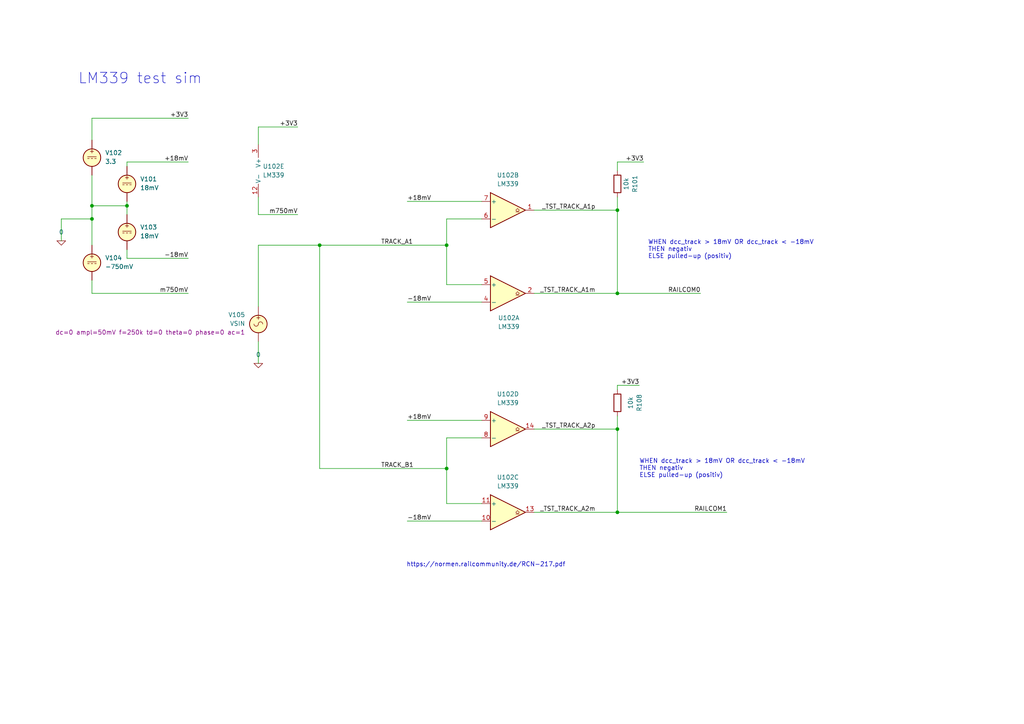
<source format=kicad_sch>
(kicad_sch (version 20231120) (generator "eeschema") (generator_version "8.0")
  (paper "A4")
  (lib_symbols
    (symbol "Comparator:LM339" (pin_names (offset 0.127))
      (property "Reference" "U" (at 0 5.08 0))
      (property "Value" "LM339" (at 0 -5.08 0))
      (symbol "LM339_1_1"
        (polyline (pts (xy -5.08 5.08) (xy 5.08 0) (xy -5.08 -5.08) (xy -5.08 5.08)) (stroke (width 0.254)) (fill (type background)))
        (polyline (pts (xy 3.302 -0.508) (xy 2.794 -0.508) (xy 3.302 0) (xy 2.794 0.508) (xy 2.286 0) (xy 2.794 -0.508) (xy 2.286 -0.508)) (stroke (width 0.127)))
        (pin open_collector line (at 7.62 0 180) (length 2.54) (name "~") (number "2"))
        (pin input line (at -7.62 -2.54 0) (length 2.54) (name "-") (number "4"))
        (pin input line (at -7.62 2.54 0) (length 2.54) (name "+") (number "5"))
      )
      (symbol "LM339_2_1"
        (polyline (pts (xy -5.08 5.08) (xy 5.08 0) (xy -5.08 -5.08) (xy -5.08 5.08)) (stroke (width 0.254)) (fill (type background)))
        (polyline (pts (xy 3.302 -0.508) (xy 2.794 -0.508) (xy 3.302 0) (xy 2.794 0.508) (xy 2.286 0) (xy 2.794 -0.508) (xy 2.286 -0.508)) (stroke (width 0.127)))
        (pin open_collector line (at 7.62 0 180) (length 2.54) (name "~") (number "1"))
        (pin input line (at -7.62 -2.54 0) (length 2.54) (name "-") (number "6"))
        (pin input line (at -7.62 2.54 0) (length 2.54) (name "+") (number "7"))
      )
      (symbol "LM339_3_1"
        (polyline (pts (xy -5.08 5.08) (xy 5.08 0) (xy -5.08 -5.08) (xy -5.08 5.08)) (stroke (width 0.254)) (fill (type background)))
        (polyline (pts (xy 3.302 -0.508) (xy 2.794 -0.508) (xy 3.302 0) (xy 2.794 0.508) (xy 2.286 0) (xy 2.794 -0.508) (xy 2.286 -0.508)) (stroke (width 0.127)))
        (pin input line (at -7.62 -2.54 0) (length 2.54) (name "-") (number "10"))
        (pin input line (at -7.62 2.54 0) (length 2.54) (name "+") (number "11"))
        (pin open_collector line (at 7.62 0 180) (length 2.54) (name "~") (number "13"))
      )
      (symbol "LM339_4_1"
        (polyline (pts (xy -5.08 5.08) (xy 5.08 0) (xy -5.08 -5.08) (xy -5.08 5.08)) (stroke (width 0.254)) (fill (type background)))
        (polyline (pts (xy 3.302 -0.508) (xy 2.794 -0.508) (xy 3.302 0) (xy 2.794 0.508) (xy 2.286 0) (xy 2.794 -0.508) (xy 2.286 -0.508)) (stroke (width 0.127)))
        (pin open_collector line (at 7.62 0 180) (length 2.54) (name "~") (number "14"))
        (pin input line (at -7.62 -2.54 0) (length 2.54) (name "-") (number "8"))
        (pin input line (at -7.62 2.54 0) (length 2.54) (name "+") (number "9"))
      )
      (symbol "LM339_5_1"
        (pin power_in line (at -2.54 -7.62 90) (length 3.81) (name "V-") (number "12"))
        (pin power_in line (at -2.54 7.62 270) (length 3.81) (name "V+") (number "3"))
      )
    )
    (symbol "Device:R" (pin_numbers hide) (pin_names (offset 0))
      (property "Reference" "R" (at 2.032 0 90))
      (property "Value" "R" (at 0 0 90))
      (symbol "R_0_1"
        (rectangle (start -1.016 -2.54) (end 1.016 2.54) (stroke (width 0.254)))
      )
      (symbol "R_1_1"
        (pin passive line (at 0 3.81 270) (length 1.27) (name "~") (number "1"))
        (pin passive line (at 0 -3.81 90) (length 1.27) (name "~") (number "2"))
      )
    )
    (symbol "Simulation_SPICE:0" (power) (pin_numbers hide) (pin_names (offset 0) hide)
      (property "Value" "0" (at 0 -2.54 0))
      (symbol "0_0_1"
        (polyline (pts (xy -1.27 0) (xy 0 -1.27) (xy 1.27 0) (xy -1.27 0)))
      )
      (symbol "0_1_1"
        (pin power_in line (at 0 0 0) (length 0) (name "~") (number "1"))
      )
    )
    (symbol "Simulation_SPICE:VDC" (pin_numbers hide) (pin_names (offset 0.0254))
      (property "Reference" "V" (at 2.54 2.54 0))
      (property "Value" "1" (at 2.54 0 0))
      (symbol "VDC_0_0"
        (polyline (pts (xy -1.27 0.254) (xy 1.27 0.254)))
        (polyline (pts (xy -0.762 -0.254) (xy -1.27 -0.254)))
        (polyline (pts (xy 0.254 -0.254) (xy -0.254 -0.254)))
        (polyline (pts (xy 1.27 -0.254) (xy 0.762 -0.254)))
        (text "+" (at 0 1.905 0) (effects (font (size 1.27 1.27))))
      )
      (symbol "VDC_0_1"
        (circle (center 0 0) (radius 2.54) (stroke (width 0.254)) (fill (type background)))
      )
      (symbol "VDC_1_1"
        (pin passive line (at 0 5.08 270) (length 2.54) (name "~") (number "1"))
        (pin passive line (at 0 -5.08 90) (length 2.54) (name "~") (number "2"))
      )
    )
    (symbol "Simulation_SPICE:VSIN" (pin_numbers hide) (pin_names (offset 0.0254))
      (property "Reference" "V" (at 2.54 2.54 0))
      (property "Value" "VSIN" (at 2.54 0 0))
      (property "Sim.Params" "dc=0 ampl=1 f=1k ac=1" (at 2.54 -2.54 0))
      (symbol "VSIN_0_0"
        (arc (start 0 0) (mid -0.635 0.6323) (end -1.27 0))
        (arc (start 0 0) (mid 0.635 -0.6323) (end 1.27 0))
        (text "+" (at 0 1.905 0) (effects (font (size 1.27 1.27))))
      )
      (symbol "VSIN_0_1"
        (circle (center 0 0) (radius 2.54) (stroke (width 0.254)) (fill (type background)))
      )
      (symbol "VSIN_1_1"
        (pin passive line (at 0 5.08 270) (length 2.54) (name "~") (number "1"))
        (pin passive line (at 0 -5.08 90) (length 2.54) (name "~") (number "2"))
      )
    )
  )
  (junction (at 26.67 63.5))
  (junction (at 129.54 135.89))
  (junction (at 36.83 59.69))
  (junction (at 179.07 85.09))
  (junction (at 92.71 71.12))
  (junction (at 26.67 59.69))
  (junction (at 179.07 60.96))
  (junction (at 129.54 71.12))
  (junction (at 179.07 148.59))
  (junction (at 179.07 124.46))
  (wire (pts (xy 179.07 120.65) (xy 179.07 124.46)))
  (wire (pts (xy 36.83 59.69) (xy 36.83 58.42)))
  (wire (pts (xy 179.07 124.46) (xy 179.07 148.59)))
  (wire (pts (xy 129.54 135.89) (xy 129.54 146.05)))
  (wire (pts (xy 26.67 59.69) (xy 36.83 59.69)))
  (wire (pts (xy 129.54 63.5) (xy 129.54 71.12)))
  (wire (pts (xy 154.94 85.09) (xy 179.07 85.09)))
  (wire (pts (xy 179.07 60.96) (xy 179.07 85.09)))
  (wire (pts (xy 179.07 111.76) (xy 179.07 113.03)))
  (wire (pts (xy 154.94 60.96) (xy 179.07 60.96)))
  (wire (pts (xy 139.7 58.42) (xy 118.11 58.42)))
  (wire (pts (xy 179.07 148.59) (xy 210.82 148.59)))
  (wire (pts (xy 92.71 71.12) (xy 129.54 71.12)))
  (wire (pts (xy 179.07 46.99) (xy 186.69 46.99)))
  (wire (pts (xy 36.83 74.93) (xy 54.61 74.93)))
  (wire (pts (xy 129.54 71.12) (xy 129.54 82.55)))
  (wire (pts (xy 17.78 63.5) (xy 26.67 63.5)))
  (wire (pts (xy 74.93 62.23) (xy 74.93 57.15)))
  (wire (pts (xy 179.07 60.96) (xy 179.07 57.15)))
  (wire (pts (xy 26.67 63.5) (xy 26.67 71.12)))
  (wire (pts (xy 36.83 59.69) (xy 36.83 62.23)))
  (wire (pts (xy 179.07 46.99) (xy 179.07 49.53)))
  (wire (pts (xy 74.93 62.23) (xy 86.36 62.23)))
  (wire (pts (xy 74.93 36.83) (xy 86.36 36.83)))
  (wire (pts (xy 129.54 127) (xy 139.7 127)))
  (wire (pts (xy 26.67 34.29) (xy 26.67 40.64)))
  (wire (pts (xy 74.93 36.83) (xy 74.93 41.91)))
  (wire (pts (xy 179.07 85.09) (xy 203.2 85.09)))
  (wire (pts (xy 74.93 71.12) (xy 74.93 88.9)))
  (wire (pts (xy 154.94 124.46) (xy 179.07 124.46)))
  (wire (pts (xy 74.93 99.06) (xy 74.93 105.41)))
  (wire (pts (xy 154.94 148.59) (xy 179.07 148.59)))
  (wire (pts (xy 139.7 151.13) (xy 118.11 151.13)))
  (wire (pts (xy 74.93 71.12) (xy 92.71 71.12)))
  (wire (pts (xy 54.61 34.29) (xy 26.67 34.29)))
  (wire (pts (xy 129.54 63.5) (xy 139.7 63.5)))
  (wire (pts (xy 26.67 85.09) (xy 54.61 85.09)))
  (wire (pts (xy 26.67 81.28) (xy 26.67 85.09)))
  (wire (pts (xy 139.7 121.92) (xy 118.11 121.92)))
  (wire (pts (xy 36.83 48.26) (xy 36.83 46.99)))
  (wire (pts (xy 179.07 111.76) (xy 185.42 111.76)))
  (wire (pts (xy 129.54 146.05) (xy 139.7 146.05)))
  (wire (pts (xy 17.78 69.85) (xy 17.78 63.5)))
  (wire (pts (xy 129.54 127) (xy 129.54 135.89)))
  (wire (pts (xy 139.7 87.63) (xy 118.11 87.63)))
  (wire (pts (xy 26.67 63.5) (xy 26.67 59.69)))
  (wire (pts (xy 92.71 135.89) (xy 129.54 135.89)))
  (wire (pts (xy 26.67 50.8) (xy 26.67 59.69)))
  (wire (pts (xy 36.83 46.99) (xy 54.61 46.99)))
  (wire (pts (xy 92.71 135.89) (xy 92.71 71.12)))
  (wire (pts (xy 139.7 82.55) (xy 129.54 82.55)))
  (wire (pts (xy 36.83 72.39) (xy 36.83 74.93)))
  (text "https://normen.railcommunity.de/RCN-217.pdf" (at 140.97 163.83 0) (effects (font (size 1.27 1.27))))
  (text "LM339 test sim" (at 40.64 22.86 0) (effects (font (size 3.048 3.048))))
  (text "WHEN dcc_track > 18mV OR dcc_track < -18mV \nTHEN negativ\nELSE pulled-up (positiv)" (at 187.96 72.39 0) (effects (font (size 1.27 1.27)) (justify left)))
  (text "WHEN dcc_track > 18mV OR dcc_track < -18mV \nTHEN negativ\nELSE pulled-up (positiv)" (at 185.42 135.89 0) (effects (font (size 1.27 1.27)) (justify left)))
  (label "+3V3" (at 86.36 36.83 180))
  (label "-18mV" (at 118.11 151.13 0))
  (label "+3V3" (at 185.42 111.76 180))
  (label "RAILCOM0" (at 203.2 85.09 180))
  (label "_TST_TRACK_A1m" (at 172.72 85.09 180))
  (label "+3V3" (at 54.61 34.29 180))
  (label "m750mV" (at 54.61 85.09 180))
  (label "+18mV" (at 118.11 121.92 0))
  (label "+18mV" (at 118.11 58.42 0))
  (label "TRACK_B1" (at 110.49 135.89 0))
  (label "+3V3" (at 186.69 46.99 180))
  (label "+18mV" (at 54.61 46.99 180))
  (label "-18mV" (at 54.61 74.93 180))
  (label "RAILCOM1" (at 210.82 148.59 180))
  (label "_TST_TRACK_A2m" (at 172.72 148.59 180))
  (label "m750mV" (at 86.36 62.23 180))
  (label "TRACK_A1" (at 110.49 71.12 0))
  (label "_TST_TRACK_A2p" (at 172.72 124.46 180))
  (label "-18mV" (at 118.11 87.63 0))
  (label "_TST_TRACK_A1p" (at 172.72 60.96 180))
  (symbol (lib_id "Comparator:LM339") (at 147.32 60.96 0) (unit 2)
    (property "Reference" "U102" (at 147.32 50.8 0))
    (property "Value" "LM339" (at 147.32 53.34 0))
    (property "Datasheet" "https://www.st.com/resource/en/datasheet/lm139.pdf" (effects (hide yes)))
    (property "Description" "Quad Differential Comparators, SOIC-14/TSSOP-14" (effects (hide yes)))
    (property "Sim.Library" "C:\\Users\\chatelain\\Dropbox\\Privat-2023\\2023-11-11_DCC-EX-Shield\\xDuinoRail-Decoder\\kicad\\xDuinoRailShield\\__ltspice\\lm339_quad.lib" (effects (hide yes)))
    (property "Sim.Name" "LM339" (effects (hide yes)))
    (property "Sim.Device" "SUBCKT" (effects (hide yes)))
    (property "Sim.Pins" "1=OUTb 2=OUTa 3=Vcc 4=INa- 5=INa+ 6=INb- 7=INb+ 8=INc- 9=INc+ 10=INd- 11=INd+ 12=GND 13=OUTd 14=OUTc" (effects (hide yes)))
  )
  (symbol (lib_id "Simulation_SPICE:0") (at 17.78 69.85 0) (unit 1)
    (property "Reference" "#GND0101" (effects (hide yes)))
    (property "Value" "0" (at 17.78 67.31 0))
    (property "Datasheet" "https://ngspice.sourceforge.io/docs/ngspice-html-manual/manual.xhtml#subsec_Circuit_elements__device" (effects (hide yes)))
    (property "Description" "0V reference potential for simulation" (effects (hide yes)))
  )
  (symbol (lib_id "Simulation_SPICE:VDC") (at 26.67 76.2 0) (unit 1)
    (property "Reference" "V104" (at 30.48 74.8001 0) (effects (justify left)))
    (property "Value" "-750mV" (at 30.48 77.3401 0) (effects (justify left)))
    (property "Datasheet" "https://ngspice.sourceforge.io/docs/ngspice-html-manual/manual.xhtml#sec_Independent_Sources_for" (effects (hide yes)))
    (property "Description" "Voltage source, DC" (effects (hide yes)))
    (property "Sim.Pins" "1=+ 2=-" (effects (hide yes)))
    (property "Sim.Type" "DC" (effects (hide yes)))
    (property "Sim.Device" "V" (effects (hide yes)))
  )
  (symbol (lib_id "Device:R") (at 179.07 116.84 180) (unit 1)
    (property "Reference" "R108" (at 185.42 116.84 90))
    (property "Value" "10k" (at 182.88 116.84 90))
    (property "Footprint" "Resistor_SMD:R_0603_1608Metric_Pad0.98x0.95mm_HandSolder" (effects (hide yes)))
    (property "Description" "Resistor" (effects (hide yes)))
    (property "OLI_ID" "10k_0603" (effects (hide yes)))
  )
  (symbol (lib_id "Simulation_SPICE:VDC") (at 36.83 53.34 0) (unit 1)
    (property "Reference" "V101" (at 40.64 51.9401 0) (effects (justify left)))
    (property "Value" "18mV" (at 40.64 54.4801 0) (effects (justify left)))
    (property "Datasheet" "https://ngspice.sourceforge.io/docs/ngspice-html-manual/manual.xhtml#sec_Independent_Sources_for" (effects (hide yes)))
    (property "Description" "Voltage source, DC" (effects (hide yes)))
    (property "Sim.Pins" "1=+ 2=-" (effects (hide yes)))
    (property "Sim.Type" "DC" (effects (hide yes)))
    (property "Sim.Device" "V" (effects (hide yes)))
  )
  (symbol (lib_id "Comparator:LM339") (at 147.32 124.46 0) (unit 4)
    (property "Reference" "U102" (at 147.32 114.3 0))
    (property "Value" "LM339" (at 147.32 116.84 0))
    (property "Datasheet" "https://www.st.com/resource/en/datasheet/lm139.pdf" (effects (hide yes)))
    (property "Description" "Quad Differential Comparators, SOIC-14/TSSOP-14" (effects (hide yes)))
    (property "Sim.Library" "C:\\Users\\chatelain\\Dropbox\\Privat-2023\\2023-11-11_DCC-EX-Shield\\xDuinoRail-Decoder\\kicad\\xDuinoRailShield\\__ltspice\\lm339_quad.lib" (effects (hide yes)))
    (property "Sim.Name" "LM339" (effects (hide yes)))
    (property "Sim.Device" "SUBCKT" (effects (hide yes)))
    (property "Sim.Pins" "1=OUTb 2=OUTa 3=Vcc 4=INa- 5=INa+ 6=INb- 7=INb+ 8=INc- 9=INc+ 10=INd- 11=INd+ 12=GND 13=OUTd 14=OUTc" (effects (hide yes)))
  )
  (symbol (lib_id "Simulation_SPICE:VSIN") (at 74.93 93.98 0) (mirror y) (unit 1)
    (property "Reference" "V105" (at 71.12 91.3101 0) (effects (justify left)))
    (property "Value" "VSIN" (at 71.12 93.8501 0) (effects (justify left)))
    (property "Datasheet" "https://ngspice.sourceforge.io/docs/ngspice-html-manual/manual.xhtml#sec_Independent_Sources_for" (effects (hide yes)))
    (property "Description" "Voltage source, sinusoidal" (effects (hide yes)))
    (property "Sim.Pins" "1=+ 2=-" (effects (hide yes)))
    (property "Sim.Params" "dc=0 ampl=50mV f=250k td=0 theta=0 phase=0 ac=1" (at 71.12 96.3901 0) (effects (justify left)))
    (property "Sim.Type" "SIN" (effects (hide yes)))
    (property "Sim.Device" "V" (effects (hide yes)))
  )
  (symbol (lib_id "Comparator:LM339") (at 77.47 49.53 0) (unit 5)
    (property "Reference" "U102" (at 76.2 48.2599 0) (effects (justify left)))
    (property "Value" "LM339" (at 76.2 50.7999 0) (effects (justify left)))
    (property "Datasheet" "https://www.st.com/resource/en/datasheet/lm139.pdf" (effects (hide yes)))
    (property "Description" "Quad Differential Comparators, SOIC-14/TSSOP-14" (effects (hide yes)))
    (property "Sim.Library" "C:\\Users\\chatelain\\Dropbox\\Privat-2023\\2023-11-11_DCC-EX-Shield\\xDuinoRail-Decoder\\kicad\\xDuinoRailShield\\__ltspice\\lm339_quad.lib" (effects (hide yes)))
    (property "Sim.Name" "LM339" (effects (hide yes)))
    (property "Sim.Device" "SUBCKT" (effects (hide yes)))
    (property "Sim.Pins" "1=OUTb 2=OUTa 3=Vcc 4=INa- 5=INa+ 6=INb- 7=INb+ 8=INc- 9=INc+ 10=INd- 11=INd+ 12=GND 13=OUTd 14=OUTc" (effects (hide yes)))
  )
  (symbol (lib_id "Simulation_SPICE:0") (at 74.93 105.41 0) (unit 1)
    (property "Reference" "#GND0102" (effects (hide yes)))
    (property "Value" "0" (at 74.93 102.87 0))
    (property "Datasheet" "https://ngspice.sourceforge.io/docs/ngspice-html-manual/manual.xhtml#subsec_Circuit_elements__device" (effects (hide yes)))
    (property "Description" "0V reference potential for simulation" (effects (hide yes)))
  )
  (symbol (lib_id "Simulation_SPICE:VDC") (at 36.83 67.31 0) (unit 1)
    (property "Reference" "V103" (at 40.64 65.9101 0) (effects (justify left)))
    (property "Value" "18mV" (at 40.64 68.4501 0) (effects (justify left)))
    (property "Datasheet" "https://ngspice.sourceforge.io/docs/ngspice-html-manual/manual.xhtml#sec_Independent_Sources_for" (effects (hide yes)))
    (property "Description" "Voltage source, DC" (effects (hide yes)))
    (property "Sim.Pins" "1=+ 2=-" (effects (hide yes)))
    (property "Sim.Type" "DC" (effects (hide yes)))
    (property "Sim.Device" "V" (effects (hide yes)))
  )
  (symbol (lib_id "Device:R") (at 179.07 53.34 180) (unit 1)
    (property "Reference" "R101" (at 184.15 53.34 90))
    (property "Value" "10k" (at 181.61 53.34 90))
    (property "Footprint" "Resistor_SMD:R_0603_1608Metric_Pad0.98x0.95mm_HandSolder" (effects (hide yes)))
    (property "Description" "Resistor" (effects (hide yes)))
    (property "OLI_ID" "10k_0603" (effects (hide yes)))
  )
  (symbol (lib_id "Simulation_SPICE:VDC") (at 26.67 45.72 0) (unit 1)
    (property "Reference" "V102" (at 30.48 44.3201 0) (effects (justify left)))
    (property "Value" "3.3" (at 30.48 46.8601 0) (effects (justify left)))
    (property "Datasheet" "https://ngspice.sourceforge.io/docs/ngspice-html-manual/manual.xhtml#sec_Independent_Sources_for" (effects (hide yes)))
    (property "Description" "Voltage source, DC" (effects (hide yes)))
    (property "Sim.Pins" "1=+ 2=-" (effects (hide yes)))
    (property "Sim.Type" "DC" (effects (hide yes)))
    (property "Sim.Device" "V" (effects (hide yes)))
  )
  (symbol (lib_id "Comparator:LM339") (at 147.32 85.09 0) (unit 1)
    (property "Reference" "U102" (at 147.574 92.202 0))
    (property "Value" "LM339" (at 147.574 94.742 0))
    (property "Datasheet" "https://www.st.com/resource/en/datasheet/lm139.pdf" (effects (hide yes)))
    (property "Description" "Quad Differential Comparators, SOIC-14/TSSOP-14" (effects (hide yes)))
    (property "Sim.Library" "C:\\Users\\chatelain\\Dropbox\\Privat-2023\\2023-11-11_DCC-EX-Shield\\xDuinoRail-Decoder\\kicad\\xDuinoRailShield\\__ltspice\\lm339_quad.lib" (effects (hide yes)))
    (property "Sim.Name" "LM339" (effects (hide yes)))
    (property "Sim.Device" "SUBCKT" (effects (hide yes)))
    (property "Sim.Pins" "1=OUTb 2=OUTa 3=Vcc 4=INa- 5=INa+ 6=INb- 7=INb+ 8=INc- 9=INc+ 10=INd- 11=INd+ 12=GND 13=OUTd 14=OUTc" (effects (hide yes)))
  )
  (symbol (lib_id "Comparator:LM339") (at 147.32 148.59 0) (unit 3)
    (property "Reference" "U102" (at 147.32 138.43 0))
    (property "Value" "LM339" (at 147.32 140.97 0))
    (property "Datasheet" "https://www.st.com/resource/en/datasheet/lm139.pdf" (effects (hide yes)))
    (property "Description" "Quad Differential Comparators, SOIC-14/TSSOP-14" (effects (hide yes)))
    (property "Sim.Library" "C:\\Users\\chatelain\\Dropbox\\Privat-2023\\2023-11-11_DCC-EX-Shield\\xDuinoRail-Decoder\\kicad\\xDuinoRailShield\\__ltspice\\lm339_quad.lib" (effects (hide yes)))
    (property "Sim.Name" "LM339" (effects (hide yes)))
    (property "Sim.Device" "SUBCKT" (effects (hide yes)))
    (property "Sim.Pins" "1=OUTb 2=OUTa 3=Vcc 4=INa- 5=INa+ 6=INb- 7=INb+ 8=INc- 9=INc+ 10=INd- 11=INd+ 12=GND 13=OUTd 14=OUTc" (effects (hide yes)))
  )
)
</source>
